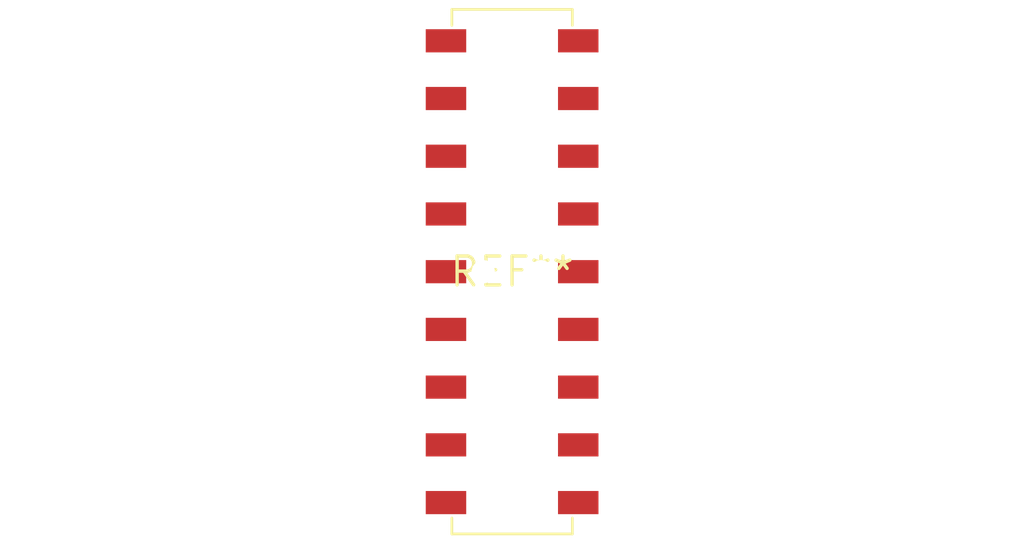
<source format=kicad_pcb>
(kicad_pcb (version 20240108) (generator pcbnew)
  (layers (0 "F.Cu" signal) (31 "B.Cu" signal) (34 "B.Paste" user) (35 "F.Paste" user) (36 "B.SilkS" user "B.Silkscreen") (37 "F.SilkS" user "F.Silkscreen") (38 "B.Mask" user) (39 "F.Mask" user) (44 "Edge.Cuts" user))
  (net 0 "")
  (footprint "Harwin_M20-7810945_2x09_P2.54mm_Vertical" (layer "F.Cu") (at 0 0)
    (property "Reference" "REF**")
    (property "Value" "Harwin_M20-7810945_2x09_P2.54mm_Vertical")
    (fp_line (start -2.65 -11.54) (end 2.65 -11.54) (layer "F.SilkS") (stroke (width 0.12)))
    (fp_line (start -2.65 -10.84) (end -2.65 -11.54) (layer "F.SilkS") (stroke (width 0.12)))
    (fp_line (start -2.65 10.84) (end -2.65 11.54) (layer "F.SilkS") (stroke (width 0.12)))
    (fp_line (start -2.65 11.54) (end 2.65 11.54) (layer "F.SilkS") (stroke (width 0.12)))
    (fp_line (start 2.65 -11.54) (end 2.65 -10.84) (layer "F.SilkS") (stroke (width 0.12)))
    (fp_line (start 2.65 11.54) (end 2.65 10.84) (layer "F.SilkS") (stroke (width 0.12)))
    (pad "" np_thru_hole circle (at -1.27 -10.16) (size 1.02 1.02) (drill 1.02) (layers *.Cu *.Mask))
    (pad "" np_thru_hole circle (at -1.27 -7.62) (size 1.02 1.02) (drill 1.02) (layers *.Cu *.Mask))
    (pad "" np_thru_hole circle (at -1.27 -5.08) (size 1.02 1.02) (drill 1.02) (layers *.Cu *.Mask))
    (pad "" np_thru_hole circle (at -1.27 -2.54) (size 1.02 1.02) (drill 1.02) (layers *.Cu *.Mask))
    (pad "" np_thru_hole circle (at -1.27 0) (size 1.02 1.02) (drill 1.02) (layers *.Cu *.Mask))
    (pad "" np_thru_hole circle (at -1.27 2.54) (size 1.02 1.02) (drill 1.02) (layers *.Cu *.Mask))
    (pad "" np_thru_hole circle (at -1.27 5.08) (size 1.02 1.02) (drill 1.02) (layers *.Cu *.Mask))
    (pad "" np_thru_hole circle (at -1.27 7.62) (size 1.02 1.02) (drill 1.02) (layers *.Cu *.Mask))
    (pad "" np_thru_hole circle (at -1.27 10.16) (size 1.02 1.02) (drill 1.02) (layers *.Cu *.Mask))
    (pad "" np_thru_hole circle (at 0 -8.89) (size 1.8 1.8) (drill 1.8) (layers *.Cu *.Mask))
    (pad "" np_thru_hole circle (at 0 8.89) (size 1.8 1.8) (drill 1.8) (layers *.Cu *.Mask))
    (pad "" np_thru_hole circle (at 1.27 -10.16) (size 1.02 1.02) (drill 1.02) (layers *.Cu *.Mask))
    (pad "" np_thru_hole circle (at 1.27 -7.62) (size 1.02 1.02) (drill 1.02) (layers *.Cu *.Mask))
    (pad "" np_thru_hole circle (at 1.27 -5.08) (size 1.02 1.02) (drill 1.02) (layers *.Cu *.Mask))
    (pad "" np_thru_hole circle (at 1.27 -2.54) (size 1.02 1.02) (drill 1.02) (layers *.Cu *.Mask))
    (pad "" np_thru_hole circle (at 1.27 0) (size 1.02 1.02) (drill 1.02) (layers *.Cu *.Mask))
    (pad "" np_thru_hole circle (at 1.27 2.54) (size 1.02 1.02) (drill 1.02) (layers *.Cu *.Mask))
    (pad "" np_thru_hole circle (at 1.27 5.08) (size 1.02 1.02) (drill 1.02) (layers *.Cu *.Mask))
    (pad "" np_thru_hole circle (at 1.27 7.62) (size 1.02 1.02) (drill 1.02) (layers *.Cu *.Mask))
    (pad "" np_thru_hole circle (at 1.27 10.16) (size 1.02 1.02) (drill 1.02) (layers *.Cu *.Mask))
    (pad "1" smd rect (at -2.91 -10.16) (size 1.78 1.02) (layers "F.Cu" "F.Paste" "F.Mask"))
    (pad "2" smd rect (at -2.91 -7.62) (size 1.78 1.02) (layers "F.Cu" "F.Paste" "F.Mask"))
    (pad "3" smd rect (at -2.91 -5.08) (size 1.78 1.02) (layers "F.Cu" "F.Paste" "F.Mask"))
    (pad "4" smd rect (at -2.91 -2.54) (size 1.78 1.02) (layers "F.Cu" "F.Paste" "F.Mask"))
    (pad "5" smd rect (at -2.91 0) (size 1.78 1.02) (layers "F.Cu" "F.Paste" "F.Mask"))
    (pad "6" smd rect (at -2.91 2.54) (size 1.78 1.02) (layers "F.Cu" "F.Paste" "F.Mask"))
    (pad "7" smd rect (at -2.91 5.08) (size 1.78 1.02) (layers "F.Cu" "F.Paste" "F.Mask"))
    (pad "8" smd rect (at -2.91 7.62) (size 1.78 1.02) (layers "F.Cu" "F.Paste" "F.Mask"))
    (pad "9" smd rect (at -2.91 10.16) (size 1.78 1.02) (layers "F.Cu" "F.Paste" "F.Mask"))
    (pad "10" smd rect (at 2.91 -10.16) (size 1.78 1.02) (layers "F.Cu" "F.Paste" "F.Mask"))
    (pad "11" smd rect (at 2.91 -7.62) (size 1.78 1.02) (layers "F.Cu" "F.Paste" "F.Mask"))
    (pad "12" smd rect (at 2.91 -5.08) (size 1.78 1.02) (layers "F.Cu" "F.Paste" "F.Mask"))
    (pad "13" smd rect (at 2.91 -2.54) (size 1.78 1.02) (layers "F.Cu" "F.Paste" "F.Mask"))
    (pad "14" smd rect (at 2.91 0) (size 1.78 1.02) (layers "F.Cu" "F.Paste" "F.Mask"))
    (pad "15" smd rect (at 2.91 2.54) (size 1.78 1.02) (layers "F.Cu" "F.Paste" "F.Mask"))
    (pad "16" smd rect (at 2.91 5.08) (size 1.78 1.02) (layers "F.Cu" "F.Paste" "F.Mask"))
    (pad "17" smd rect (at 2.91 7.62) (size 1.78 1.02) (layers "F.Cu" "F.Paste" "F.Mask"))
    (pad "18" smd rect (at 2.91 10.16) (size 1.78 1.02) (layers "F.Cu" "F.Paste" "F.Mask"))
  )
)
</source>
